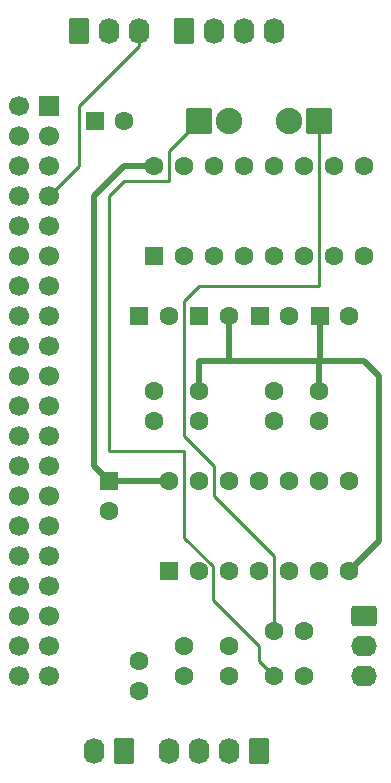
<source format=gbr>
%TF.GenerationSoftware,KiCad,Pcbnew,9.0.4-9.0.4-0~ubuntu24.04.1*%
%TF.CreationDate,2025-08-22T14:39:44+02:00*%
%TF.ProjectId,v10-3,7631302d-332e-46b6-9963-61645f706362,rev?*%
%TF.SameCoordinates,Original*%
%TF.FileFunction,Copper,L1,Top*%
%TF.FilePolarity,Positive*%
%FSLAX46Y46*%
G04 Gerber Fmt 4.6, Leading zero omitted, Abs format (unit mm)*
G04 Created by KiCad (PCBNEW 9.0.4-9.0.4-0~ubuntu24.04.1) date 2025-08-22 14:39:44*
%MOMM*%
%LPD*%
G01*
G04 APERTURE LIST*
G04 Aperture macros list*
%AMRoundRect*
0 Rectangle with rounded corners*
0 $1 Rounding radius*
0 $2 $3 $4 $5 $6 $7 $8 $9 X,Y pos of 4 corners*
0 Add a 4 corners polygon primitive as box body*
4,1,4,$2,$3,$4,$5,$6,$7,$8,$9,$2,$3,0*
0 Add four circle primitives for the rounded corners*
1,1,$1+$1,$2,$3*
1,1,$1+$1,$4,$5*
1,1,$1+$1,$6,$7*
1,1,$1+$1,$8,$9*
0 Add four rect primitives between the rounded corners*
20,1,$1+$1,$2,$3,$4,$5,0*
20,1,$1+$1,$4,$5,$6,$7,0*
20,1,$1+$1,$6,$7,$8,$9,0*
20,1,$1+$1,$8,$9,$2,$3,0*%
G04 Aperture macros list end*
%TA.AperFunction,ComponentPad*%
%ADD10RoundRect,0.250000X0.550000X-0.550000X0.550000X0.550000X-0.550000X0.550000X-0.550000X-0.550000X0*%
%TD*%
%TA.AperFunction,ComponentPad*%
%ADD11C,1.600000*%
%TD*%
%TA.AperFunction,ComponentPad*%
%ADD12RoundRect,0.250000X-0.845000X0.620000X-0.845000X-0.620000X0.845000X-0.620000X0.845000X0.620000X0*%
%TD*%
%TA.AperFunction,ComponentPad*%
%ADD13O,2.190000X1.740000*%
%TD*%
%TA.AperFunction,ComponentPad*%
%ADD14RoundRect,0.250000X-0.550000X0.550000X-0.550000X-0.550000X0.550000X-0.550000X0.550000X0.550000X0*%
%TD*%
%TA.AperFunction,ComponentPad*%
%ADD15RoundRect,0.250000X0.620000X0.845000X-0.620000X0.845000X-0.620000X-0.845000X0.620000X-0.845000X0*%
%TD*%
%TA.AperFunction,ComponentPad*%
%ADD16O,1.740000X2.190000*%
%TD*%
%TA.AperFunction,ComponentPad*%
%ADD17RoundRect,0.250000X-0.870000X-0.870000X0.870000X-0.870000X0.870000X0.870000X-0.870000X0.870000X0*%
%TD*%
%TA.AperFunction,ComponentPad*%
%ADD18C,2.240000*%
%TD*%
%TA.AperFunction,ComponentPad*%
%ADD19RoundRect,0.250000X-0.550000X-0.550000X0.550000X-0.550000X0.550000X0.550000X-0.550000X0.550000X0*%
%TD*%
%TA.AperFunction,ComponentPad*%
%ADD20RoundRect,0.250000X-0.620000X-0.845000X0.620000X-0.845000X0.620000X0.845000X-0.620000X0.845000X0*%
%TD*%
%TA.AperFunction,ComponentPad*%
%ADD21RoundRect,0.250000X0.870000X0.870000X-0.870000X0.870000X-0.870000X-0.870000X0.870000X-0.870000X0*%
%TD*%
%TA.AperFunction,ComponentPad*%
%ADD22R,1.700000X1.700000*%
%TD*%
%TA.AperFunction,ComponentPad*%
%ADD23C,1.700000*%
%TD*%
%TA.AperFunction,Conductor*%
%ADD24C,0.500000*%
%TD*%
%TA.AperFunction,Conductor*%
%ADD25C,0.250000*%
%TD*%
G04 APERTURE END LIST*
D10*
%TO.P,U2,1,C1+*%
%TO.N,Net-(U2-C1+)*%
X80010000Y-81280000D03*
D11*
%TO.P,U2,2,VS+*%
%TO.N,Net-(U2-VS+)*%
X82550000Y-81280000D03*
%TO.P,U2,3,C1-*%
%TO.N,Net-(U2-C1-)*%
X85090000Y-81280000D03*
%TO.P,U2,4,C2+*%
%TO.N,Net-(U2-C2+)*%
X87630000Y-81280000D03*
%TO.P,U2,5,C2-*%
%TO.N,Net-(U2-C2-)*%
X90170000Y-81280000D03*
%TO.P,U2,6,VS-*%
%TO.N,Net-(U2-VS-)*%
X92710000Y-81280000D03*
%TO.P,U2,7,T2OUT*%
%TO.N,unconnected-(U2-T2OUT-Pad7)*%
X95250000Y-81280000D03*
%TO.P,U2,8,R2IN*%
%TO.N,CTS_V10S2*%
X97790000Y-81280000D03*
%TO.P,U2,9,R2OUT*%
%TO.N,Net-(U2-R2OUT)*%
X97790000Y-73660000D03*
%TO.P,U2,10,T2IN*%
%TO.N,unconnected-(U2-T2IN-Pad10)*%
X95250000Y-73660000D03*
%TO.P,U2,11,T1IN*%
%TO.N,Net-(U2-T1IN)*%
X92710000Y-73660000D03*
%TO.P,U2,12,R1OUT*%
%TO.N,Net-(U2-R1OUT)*%
X90170000Y-73660000D03*
%TO.P,U2,13,R1IN*%
%TO.N,RXD_V10D1*%
X87630000Y-73660000D03*
%TO.P,U2,14,T1OUT*%
%TO.N,TXD_V10D2*%
X85090000Y-73660000D03*
%TO.P,U2,15,GND*%
%TO.N,GNDD*%
X82550000Y-73660000D03*
%TO.P,U2,16,VCC*%
%TO.N,+5V*%
X80010000Y-73660000D03*
%TD*%
D10*
%TO.P,U1,1*%
%TO.N,N/C*%
X81280000Y-107950000D03*
D11*
%TO.P,U1,2*%
X83820000Y-107950000D03*
%TO.P,U1,3*%
X86360000Y-107950000D03*
%TO.P,U1,4*%
X88900000Y-107950000D03*
%TO.P,U1,5*%
X91440000Y-107950000D03*
%TO.P,U1,6*%
X93980000Y-107950000D03*
%TO.P,U1,7,GND*%
%TO.N,GNDD*%
X96520000Y-107950000D03*
%TO.P,U1,8*%
%TO.N,Net-(U2-T1IN)*%
X96520000Y-100330000D03*
%TO.P,U1,9*%
%TO.N,Net-(U1-Pad10)*%
X93980000Y-100330000D03*
%TO.P,U1,10*%
X91440000Y-100330000D03*
%TO.P,U1,11*%
X88900000Y-100330000D03*
%TO.P,U1,12*%
%TO.N,RXD*%
X86360000Y-100330000D03*
%TO.P,U1,13*%
%TO.N,TXD*%
X83820000Y-100330000D03*
%TO.P,U1,14,VCC*%
%TO.N,+5V*%
X81280000Y-100330000D03*
%TD*%
D12*
%TO.P,J1,1,Pin_1*%
%TO.N,GNDD*%
X97790000Y-111760000D03*
D13*
%TO.P,J1,2,Pin_2*%
%TO.N,Net-(J1-Pin_2)*%
X97790000Y-114300000D03*
%TO.P,J1,3,Pin_3*%
%TO.N,Net-(J1-Pin_3)*%
X97790000Y-116840000D03*
%TD*%
D14*
%TO.P,C1,1*%
%TO.N,+5V*%
X76200000Y-100330000D03*
D11*
%TO.P,C1,2*%
%TO.N,GNDD*%
X76200000Y-102830000D03*
%TD*%
D15*
%TO.P,J6,1,Pin_1*%
%TO.N,GNDD*%
X88900000Y-123190000D03*
D16*
%TO.P,J6,2,Pin_2*%
%TO.N,LED_Z*%
X86360000Y-123190000D03*
%TO.P,J6,3,Pin_3*%
%TO.N,LED_WB*%
X83820000Y-123190000D03*
%TO.P,J6,4,Pin_4*%
%TO.N,LED_A*%
X81280000Y-123190000D03*
%TD*%
D11*
%TO.P,R7,1*%
%TO.N,Net-(U2-R1OUT)*%
X80010000Y-92710000D03*
%TO.P,R7,2*%
%TO.N,RXD*%
X80010000Y-95250000D03*
%TD*%
D17*
%TO.P,D2,1,K*%
%TO.N,Net-(D2-K)*%
X83820000Y-69850000D03*
D18*
%TO.P,D2,2,A*%
%TO.N,RXD_V10D1*%
X86360000Y-69850000D03*
%TD*%
D11*
%TO.P,R3,1*%
%TO.N,Net-(J2-GPIO19{slash}MISO1)*%
X78740000Y-115570000D03*
%TO.P,R3,2*%
%TO.N,LED_A*%
X78740000Y-118110000D03*
%TD*%
D19*
%TO.P,C5,1*%
%TO.N,Net-(U2-VS+)*%
X83820000Y-86360000D03*
D11*
%TO.P,C5,2*%
%TO.N,GNDD*%
X86320000Y-86360000D03*
%TD*%
%TO.P,R8,1*%
%TO.N,Net-(U2-R2OUT)*%
X90170000Y-92710000D03*
%TO.P,R8,2*%
%TO.N,CTS*%
X90170000Y-95250000D03*
%TD*%
D19*
%TO.P,C3,1*%
%TO.N,+5V*%
X74970000Y-69850000D03*
D11*
%TO.P,C3,2*%
%TO.N,GNDD*%
X77470000Y-69850000D03*
%TD*%
%TO.P,R5,1*%
%TO.N,RXD*%
X83820000Y-95250000D03*
%TO.P,R5,2*%
%TO.N,GNDD*%
X83820000Y-92710000D03*
%TD*%
D20*
%TO.P,J4,1,Pin_1*%
%TO.N,+5V*%
X73660000Y-62230000D03*
D16*
%TO.P,J4,2,Pin_2*%
%TO.N,GNDD*%
X76200000Y-62230000D03*
%TO.P,J4,3,Pin_3*%
%TO.N,RLY_PWR*%
X78740000Y-62230000D03*
%TD*%
D11*
%TO.P,R2,1*%
%TO.N,Net-(D1-K)*%
X90170000Y-113030000D03*
%TO.P,R2,2*%
%TO.N,Net-(J1-Pin_2)*%
X92710000Y-113030000D03*
%TD*%
%TO.P,R6,1*%
%TO.N,CTS*%
X93980000Y-95250000D03*
%TO.P,R6,2*%
%TO.N,GNDD*%
X93980000Y-92710000D03*
%TD*%
%TO.P,R9,1*%
%TO.N,Net-(J2-GCLK2{slash}GPIO6)*%
X86360000Y-114300000D03*
%TO.P,R9,2*%
%TO.N,LED_Z*%
X86360000Y-116840000D03*
%TD*%
%TO.P,R4,1*%
%TO.N,Net-(J2-PWM1{slash}GPIO13)*%
X82550000Y-114300000D03*
%TO.P,R4,2*%
%TO.N,LED_WB*%
X82550000Y-116840000D03*
%TD*%
D20*
%TO.P,J3,1,Pin_1*%
%TO.N,GNDD*%
X82550000Y-62230000D03*
D16*
%TO.P,J3,2,Pin_2*%
%TO.N,RXD_V10D1*%
X85090000Y-62230000D03*
%TO.P,J3,3,Pin_3*%
%TO.N,TXD_V10D2*%
X87630000Y-62230000D03*
%TO.P,J3,4,Pin_4*%
%TO.N,CTS_V10S2*%
X90170000Y-62230000D03*
%TD*%
D21*
%TO.P,D1,1,K*%
%TO.N,Net-(D1-K)*%
X93980000Y-69850000D03*
D18*
%TO.P,D1,2,A*%
%TO.N,TXD_V10D2*%
X91440000Y-69850000D03*
%TD*%
D11*
%TO.P,R1,1*%
%TO.N,Net-(D2-K)*%
X90170000Y-116840000D03*
%TO.P,R1,2*%
%TO.N,Net-(J1-Pin_3)*%
X92710000Y-116840000D03*
%TD*%
D15*
%TO.P,J5,1,Pin_1*%
%TO.N,BTN_PWR*%
X77470000Y-123190000D03*
D16*
%TO.P,J5,2,Pin_2*%
%TO.N,GNDD*%
X74930000Y-123190000D03*
%TD*%
D19*
%TO.P,C6,1*%
%TO.N,GNDD*%
X94020000Y-86360000D03*
D11*
%TO.P,C6,2*%
%TO.N,Net-(U2-VS-)*%
X96520000Y-86360000D03*
%TD*%
D19*
%TO.P,C4,1*%
%TO.N,Net-(U2-C2+)*%
X88940000Y-86360000D03*
D11*
%TO.P,C4,2*%
%TO.N,Net-(U2-C2-)*%
X91440000Y-86360000D03*
%TD*%
D22*
%TO.P,J2,1,3V3*%
%TO.N,N/C*%
X71120000Y-68580000D03*
D23*
%TO.P,J2,2,5V*%
%TO.N,+5V*%
X68580000Y-68580000D03*
%TO.P,J2,3,SDA/GPIO2*%
%TO.N,unconnected-(J2-SDA{slash}GPIO2-Pad3)*%
X71120000Y-71120000D03*
%TO.P,J2,4,5V*%
%TO.N,+5V*%
X68580000Y-71120000D03*
%TO.P,J2,5,SCL/GPIO3*%
%TO.N,unconnected-(J2-SCL{slash}GPIO3-Pad5)*%
X71120000Y-73660000D03*
%TO.P,J2,6,GND*%
%TO.N,GNDD*%
X68580000Y-73660000D03*
%TO.P,J2,7,GCLK0/GPIO4*%
%TO.N,RLY_PWR*%
X71120000Y-76200000D03*
%TO.P,J2,8,GPIO14/TXD*%
%TO.N,unconnected-(J2-GPIO14{slash}TXD-Pad8)*%
X68580000Y-76200000D03*
%TO.P,J2,9,GND*%
%TO.N,GNDD*%
X71120000Y-78740000D03*
%TO.P,J2,10,GPIO15/RXD*%
%TO.N,unconnected-(J2-GPIO15{slash}RXD-Pad10)*%
X68580000Y-78740000D03*
%TO.P,J2,11,GPIO17*%
%TO.N,unconnected-(J2-GPIO17-Pad11)*%
X71120000Y-81280000D03*
%TO.P,J2,12,GPIO18/PWM0*%
%TO.N,unconnected-(J2-GPIO18{slash}PWM0-Pad12)*%
X68580000Y-81280000D03*
%TO.P,J2,13,GPIO27*%
%TO.N,unconnected-(J2-GPIO27-Pad13)*%
X71120000Y-83820000D03*
%TO.P,J2,14,GND*%
%TO.N,GNDD*%
X68580000Y-83820000D03*
%TO.P,J2,15,GPIO22*%
%TO.N,unconnected-(J2-GPIO22-Pad15)*%
X71120000Y-86360000D03*
%TO.P,J2,16,GPIO23*%
%TO.N,unconnected-(J2-GPIO23-Pad16)*%
X68580000Y-86360000D03*
%TO.P,J2,17,3V3*%
%TO.N,+3V3*%
X71120000Y-88900000D03*
%TO.P,J2,18,GPIO24*%
%TO.N,unconnected-(J2-GPIO24-Pad18)*%
X68580000Y-88900000D03*
%TO.P,J2,19,MOSI0/GPIO10*%
%TO.N,CTS*%
X71120000Y-91440000D03*
%TO.P,J2,20,GND*%
%TO.N,GNDD*%
X68580000Y-91440000D03*
%TO.P,J2,21,MISO0/GPIO9*%
%TO.N,RXD*%
X71120000Y-93980000D03*
%TO.P,J2,22,GPIO25*%
%TO.N,unconnected-(J2-GPIO25-Pad22)*%
X68580000Y-93980000D03*
%TO.P,J2,23,SCLK0/GPIO11*%
%TO.N,TXD*%
X71120000Y-96520000D03*
%TO.P,J2,24,~{CE0}/GPIO8*%
%TO.N,unconnected-(J2-~{CE0}{slash}GPIO8-Pad24)*%
X68580000Y-96520000D03*
%TO.P,J2,25,GND*%
%TO.N,GNDD*%
X71120000Y-99060000D03*
%TO.P,J2,26,~{CE1}/GPIO7*%
%TO.N,unconnected-(J2-~{CE1}{slash}GPIO7-Pad26)*%
X68580000Y-99060000D03*
%TO.P,J2,27,ID_SD/GPIO0*%
%TO.N,unconnected-(J2-ID_SD{slash}GPIO0-Pad27)*%
X71120000Y-101600000D03*
%TO.P,J2,28,ID_SC/GPIO1*%
%TO.N,unconnected-(J2-ID_SC{slash}GPIO1-Pad28)*%
X68580000Y-101600000D03*
%TO.P,J2,29,GCLK1/GPIO5*%
%TO.N,unconnected-(J2-GCLK1{slash}GPIO5-Pad29)*%
X71120000Y-104140000D03*
%TO.P,J2,30,GND*%
%TO.N,GNDD*%
X68580000Y-104140000D03*
%TO.P,J2,31,GCLK2/GPIO6*%
%TO.N,Net-(J2-GCLK2{slash}GPIO6)*%
X71120000Y-106680000D03*
%TO.P,J2,32,PWM0/GPIO12*%
%TO.N,unconnected-(J2-PWM0{slash}GPIO12-Pad32)*%
X68580000Y-106680000D03*
%TO.P,J2,33,PWM1/GPIO13*%
%TO.N,Net-(J2-PWM1{slash}GPIO13)*%
X71120000Y-109220000D03*
%TO.P,J2,34,GND*%
%TO.N,GNDD*%
X68580000Y-109220000D03*
%TO.P,J2,35,GPIO19/MISO1*%
%TO.N,Net-(J2-GPIO19{slash}MISO1)*%
X71120000Y-111760000D03*
%TO.P,J2,36,GPIO16*%
%TO.N,unconnected-(J2-GPIO16-Pad36)*%
X68580000Y-111760000D03*
%TO.P,J2,37,GPIO26*%
%TO.N,BTN_PWR*%
X71120000Y-114300000D03*
%TO.P,J2,38,GPIO20/MOSI1*%
%TO.N,unconnected-(J2-GPIO20{slash}MOSI1-Pad38)*%
X68580000Y-114300000D03*
%TO.P,J2,39,GND*%
%TO.N,GNDD*%
X71120000Y-116840000D03*
%TO.P,J2,40,GPIO21/SCLK1*%
%TO.N,unconnected-(J2-GPIO21{slash}SCLK1-Pad40)*%
X68580000Y-116840000D03*
%TD*%
D19*
%TO.P,C2,1*%
%TO.N,Net-(U2-C1+)*%
X78740000Y-86360000D03*
D11*
%TO.P,C2,2*%
%TO.N,Net-(U2-C1-)*%
X81240000Y-86360000D03*
%TD*%
D24*
%TO.N,GNDD*%
X83820000Y-90170000D02*
X83820000Y-92710000D01*
D25*
X94020000Y-90130000D02*
X93980000Y-90170000D01*
D24*
X83820000Y-90170000D02*
X86360000Y-90170000D01*
X86360000Y-90170000D02*
X93980000Y-90170000D01*
X99060000Y-105410000D02*
X96520000Y-107950000D01*
X86360000Y-86360000D02*
X86360000Y-90170000D01*
X99060000Y-91440000D02*
X99060000Y-105410000D01*
X93980000Y-92710000D02*
X93980000Y-90170000D01*
X94020000Y-86360000D02*
X94020000Y-90130000D01*
X97790000Y-90170000D02*
X99060000Y-91440000D01*
X93980000Y-90170000D02*
X97790000Y-90170000D01*
%TO.N,+5V*%
X74930000Y-99060000D02*
X76200000Y-100330000D01*
X77470000Y-73660000D02*
X74930000Y-76200000D01*
X80010000Y-73660000D02*
X77470000Y-73660000D01*
X76200000Y-100330000D02*
X81280000Y-100330000D01*
X74930000Y-76200000D02*
X74930000Y-99060000D01*
D25*
%TO.N,RLY_PWR*%
X71120000Y-76200000D02*
X73660000Y-73660000D01*
X78740000Y-63500000D02*
X78740000Y-62230000D01*
X73660000Y-68580000D02*
X78740000Y-63500000D01*
X73660000Y-73660000D02*
X73660000Y-68580000D01*
%TO.N,Net-(D1-K)*%
X93980000Y-69850000D02*
X93980000Y-83820000D01*
X85090000Y-83820000D02*
X83820000Y-83820000D01*
X90170000Y-106680000D02*
X90170000Y-113030000D01*
X85090000Y-99060000D02*
X85090000Y-101600000D01*
X85090000Y-101600000D02*
X90170000Y-106680000D01*
X82550000Y-85090000D02*
X82550000Y-96520000D01*
X93980000Y-83820000D02*
X85090000Y-83820000D01*
X83820000Y-83820000D02*
X82550000Y-85090000D01*
X82550000Y-96520000D02*
X85090000Y-99060000D01*
%TO.N,Net-(D2-K)*%
X82550000Y-97790000D02*
X82550000Y-105087595D01*
X84946000Y-110346000D02*
X88900000Y-114300000D01*
X81280000Y-74930000D02*
X77470000Y-74930000D01*
X82550000Y-105087595D02*
X84946000Y-107483595D01*
X81280000Y-72390000D02*
X83820000Y-69850000D01*
X76200000Y-76200000D02*
X76200000Y-97790000D01*
X88900000Y-115570000D02*
X90170000Y-116840000D01*
X77470000Y-74930000D02*
X76200000Y-76200000D01*
X76200000Y-97790000D02*
X82550000Y-97790000D01*
X84946000Y-107483595D02*
X84946000Y-110346000D01*
X81280000Y-72390000D02*
X81280000Y-74930000D01*
X88900000Y-114300000D02*
X88900000Y-115570000D01*
%TD*%
M02*

</source>
